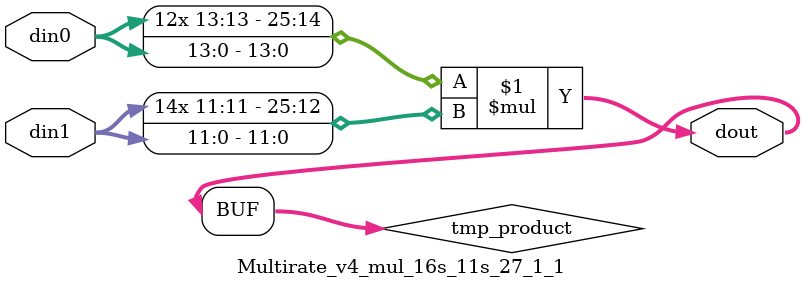
<source format=v>

`timescale 1 ns / 1 ps

 module Multirate_v4_mul_16s_11s_27_1_1(din0, din1, dout);
parameter ID = 1;
parameter NUM_STAGE = 0;
parameter din0_WIDTH = 14;
parameter din1_WIDTH = 12;
parameter dout_WIDTH = 26;

input [din0_WIDTH - 1 : 0] din0; 
input [din1_WIDTH - 1 : 0] din1; 
output [dout_WIDTH - 1 : 0] dout;

wire signed [dout_WIDTH - 1 : 0] tmp_product;



























assign tmp_product = $signed(din0) * $signed(din1);








assign dout = tmp_product;





















endmodule

</source>
